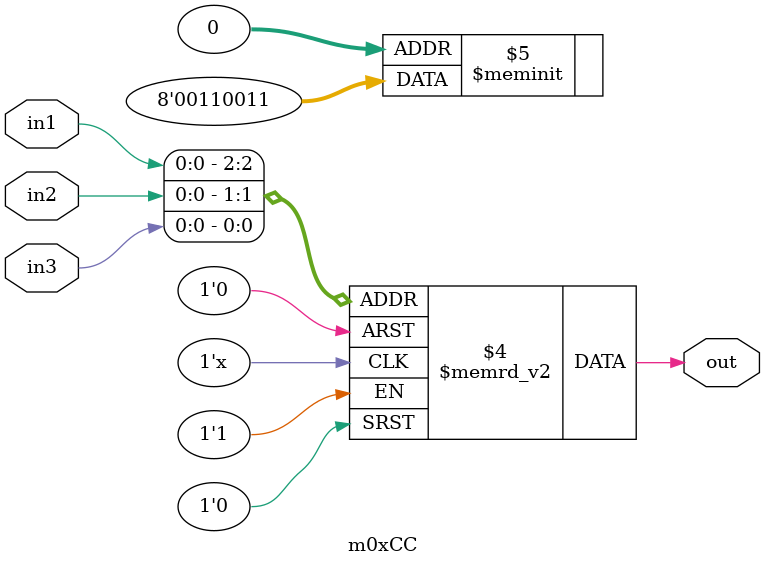
<source format=v>
module m0xCC(output out, input in1, in2, in3);

   always @(in1, in2, in3)
     begin
        case({in1, in2, in3})
          3'b000: {out} = 1'b1;
          3'b001: {out} = 1'b1;
          3'b010: {out} = 1'b0;
          3'b011: {out} = 1'b0;
          3'b100: {out} = 1'b1;
          3'b101: {out} = 1'b1;
          3'b110: {out} = 1'b0;
          3'b111: {out} = 1'b0;
        endcase // case ({in1, in2, in3})
     end // always @ (in1, in2, in3)

endmodule // m0xCC
</source>
